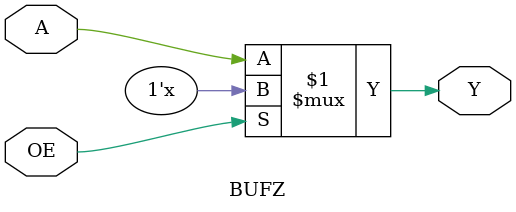
<source format=sv>
module io_in (
    input  wire chipout,
    output wire chipin
);

`ifdef SYNTHESIS
  // Synthesis implementation
  BUFZ in_buf (
      .A (chipout),
      .OE(1'b1),
      .Y (chipin)
  );
`else
  // Behavioral model
  assign chipin = chipout;
`endif

endmodule

module io_out (
    output wire chipout,
    input  wire chipin
);

`ifdef SYNTHESIS
  logic buffered_chipin[2];

  BUFZ buffered_chipin_i_0 (
      .A (chipin),
      .OE(1'b1),
      .Y (buffered_chipin[0])
  );
  BUFZ buffered_chipin_i_1 (
      .A (buffered_chipin[0]),
      .OE(1'b1),
      .Y (buffered_chipin[1])
  );

  logic [3:0] inter_wire_o_out;

  BUFZ inter_wire_o_out_i_0 (
      .A (buffered_chipin[1]),
      .OE(1'b1),
      .Y (inter_wire_o_out[0])
  );
  BUFZ inter_wire_o_out_i_1 (
      .A (buffered_chipin[1]),
      .OE(1'b1),
      .Y (inter_wire_o_out[1])
  );
  BUFZ inter_wire_o_out_i_2 (
      .A (buffered_chipin[1]),
      .OE(1'b1),
      .Y (inter_wire_o_out[2])
  );
  BUFZ inter_wire_o_out_i_3 (
      .A (buffered_chipin[1]),
      .OE(1'b1),
      .Y (inter_wire_o_out[3])
  );

  BUFZ out_buf_0 (
      .A (inter_wire_o_out[0]),
      .OE(1'b1),
      .Y (chipout)
  );
  BUFZ out_buf_1 (
      .A (inter_wire_o_out[0]),
      .OE(1'b1),
      .Y (chipout)
  );
  BUFZ out_buf_2 (
      .A (inter_wire_o_out[0]),
      .OE(1'b1),
      .Y (chipout)
  );
  BUFZ out_buf_3 (
      .A (inter_wire_o_out[0]),
      .OE(1'b1),
      .Y (chipout)
  );

  BUFZ out_buf_4 (
      .A (inter_wire_o_out[1]),
      .OE(1'b1),
      .Y (chipout)
  );
  BUFZ out_buf_5 (
      .A (inter_wire_o_out[1]),
      .OE(1'b1),
      .Y (chipout)
  );
  BUFZ out_buf_6 (
      .A (inter_wire_o_out[1]),
      .OE(1'b1),
      .Y (chipout)
  );
  BUFZ out_buf_7 (
      .A (inter_wire_o_out[1]),
      .OE(1'b1),
      .Y (chipout)
  );

  BUFZ out_buf_8 (
      .A (inter_wire_o_out[2]),
      .OE(1'b1),
      .Y (chipout)
  );
  BUFZ out_buf_9 (
      .A (inter_wire_o_out[2]),
      .OE(1'b1),
      .Y (chipout)
  );
  BUFZ out_buf_a (
      .A (inter_wire_o_out[2]),
      .OE(1'b1),
      .Y (chipout)
  );
  BUFZ out_buf_b (
      .A (inter_wire_o_out[2]),
      .OE(1'b1),
      .Y (chipout)
  );

  BUFZ out_buf_c (
      .A (inter_wire_o_out[3]),
      .OE(1'b1),
      .Y (chipout)
  );
  BUFZ out_buf_d (
      .A (inter_wire_o_out[3]),
      .OE(1'b1),
      .Y (chipout)
  );
  BUFZ out_buf_e (
      .A (inter_wire_o_out[3]),
      .OE(1'b1),
      .Y (chipout)
  );
  BUFZ out_buf_f (
      .A (inter_wire_o_out[3]),
      .OE(1'b1),
      .Y (chipout)
  );
`else
  // NOTE(Ingi): I didn't test this
  assign chipout = chipin;
`endif

endmodule

module io_tri (
    inout  wire  chipout,
    output logic i,
    input  logic o,
    input  logic t
);

  io_in in_buf (
      .chipout(chipout),
      .chipin (i)
  );

`ifdef SYNTHESIS
  logic buffered_o[2];
  logic buffered_t[2];

  BUFZ buffered_o_i_0 (
      .A (o),
      .OE(1'b1),
      .Y (buffered_o[0])
  );
  BUFZ buffered_t_i_0 (
      .A (~t),
      .OE(1'b1),
      .Y (buffered_t[0])
  );

  BUFZ buffered_o_i_1 (
      .A (buffered_o[0]),
      .OE(1'b1),
      .Y (buffered_o[1])
  );
  BUFZ buffered_t_i_1 (
      .A (buffered_t[0]),
      .OE(1'b1),
      .Y (buffered_t[1])
  );

  logic [3:0] inter_wire_o_out;
  logic [3:0] inter_wire_o_tri;

  BUFZ inter_wire_o_out_i_0 (
      .A (buffered_o[1]),
      .OE(1'b1),
      .Y (inter_wire_o_out[0])
  );
  BUFZ inter_wire_o_out_i_1 (
      .A (buffered_o[1]),
      .OE(1'b1),
      .Y (inter_wire_o_out[1])
  );
  BUFZ inter_wire_o_out_i_2 (
      .A (buffered_o[1]),
      .OE(1'b1),
      .Y (inter_wire_o_out[2])
  );
  BUFZ inter_wire_o_out_i_3 (
      .A (buffered_o[1]),
      .OE(1'b1),
      .Y (inter_wire_o_out[3])
  );

  BUFZ inter_wire_o_tri_i_0 (
      .A (buffered_t[1]),
      .OE(1'b1),
      .Y (inter_wire_o_tri[0])
  );
  BUFZ inter_wire_o_tri_i_1 (
      .A (buffered_t[1]),
      .OE(1'b1),
      .Y (inter_wire_o_tri[1])
  );
  BUFZ inter_wire_o_tri_i_2 (
      .A (buffered_t[1]),
      .OE(1'b1),
      .Y (inter_wire_o_tri[2])
  );
  BUFZ inter_wire_o_tri_i_3 (
      .A (buffered_t[1]),
      .OE(1'b1),
      .Y (inter_wire_o_tri[3])
  );

  BUFZ out_buf_0 (
      .A (inter_wire_o_out[0]),
      .OE(inter_wire_o_tri[0]),
      .Y (chipout)
  );
  BUFZ out_buf_1 (
      .A (inter_wire_o_out[0]),
      .OE(inter_wire_o_tri[0]),
      .Y (chipout)
  );
  BUFZ out_buf_2 (
      .A (inter_wire_o_out[0]),
      .OE(inter_wire_o_tri[0]),
      .Y (chipout)
  );
  BUFZ out_buf_3 (
      .A (inter_wire_o_out[0]),
      .OE(inter_wire_o_tri[0]),
      .Y (chipout)
  );

  BUFZ out_buf_4 (
      .A (inter_wire_o_out[1]),
      .OE(inter_wire_o_tri[1]),
      .Y (chipout)
  );
  BUFZ out_buf_5 (
      .A (inter_wire_o_out[1]),
      .OE(inter_wire_o_tri[1]),
      .Y (chipout)
  );
  BUFZ out_buf_6 (
      .A (inter_wire_o_out[1]),
      .OE(inter_wire_o_tri[1]),
      .Y (chipout)
  );
  BUFZ out_buf_7 (
      .A (inter_wire_o_out[1]),
      .OE(inter_wire_o_tri[1]),
      .Y (chipout)
  );

  BUFZ out_buf_8 (
      .A (inter_wire_o_out[2]),
      .OE(inter_wire_o_tri[2]),
      .Y (chipout)
  );
  BUFZ out_buf_9 (
      .A (inter_wire_o_out[2]),
      .OE(inter_wire_o_tri[2]),
      .Y (chipout)
  );
  BUFZ out_buf_a (
      .A (inter_wire_o_out[2]),
      .OE(inter_wire_o_tri[2]),
      .Y (chipout)
  );
  BUFZ out_buf_b (
      .A (inter_wire_o_out[2]),
      .OE(inter_wire_o_tri[2]),
      .Y (chipout)
  );

  BUFZ out_buf_c (
      .A (inter_wire_o_out[3]),
      .OE(inter_wire_o_tri[3]),
      .Y (chipout)
  );
  BUFZ out_buf_d (
      .A (inter_wire_o_out[3]),
      .OE(inter_wire_o_tri[3]),
      .Y (chipout)
  );
  BUFZ out_buf_e (
      .A (inter_wire_o_out[3]),
      .OE(inter_wire_o_tri[3]),
      .Y (chipout)
  );
  BUFZ out_buf_f (
      .A (inter_wire_o_out[3]),
      .OE(inter_wire_o_tri[3]),
      .Y (chipout)
  );
`else
  assign chipout = ~t ? o : 1'bz;
`endif

endmodule

// Open Source Note:
// We are unable to provide the exact z-buffer cells we use when compiling this model for synthesis.
// You may assume that a standard cell of adequate drive strength is used where appropriate.
module BUFZ(input logic A, input logic OE, output logic Y);
    assign Y = (OE) ? 'z : A;
endmodule

</source>
